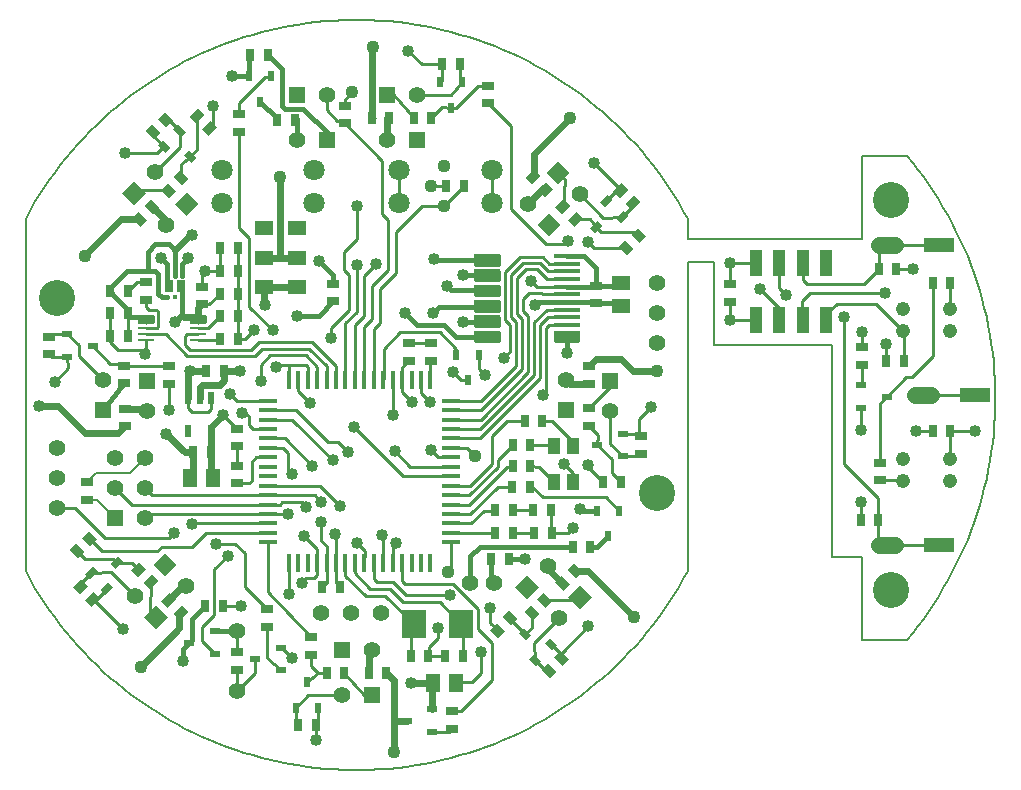
<source format=gtl>
G75*
%MOIN*%
%OFA0B0*%
%FSLAX24Y24*%
%IPPOS*%
%LPD*%
%AMOC8*
5,1,8,0,0,1.08239X$1,22.5*
%
%ADD10C,0.0080*%
%ADD11R,0.0315X0.0394*%
%ADD12R,0.0394X0.0315*%
%ADD13R,0.0555X0.0555*%
%ADD14C,0.0555*%
%ADD15C,0.0440*%
%ADD16R,0.0555X0.0555*%
%ADD17R,0.0453X0.0591*%
%ADD18R,0.0787X0.0945*%
%ADD19C,0.0712*%
%ADD20C,0.1200*%
%ADD21R,0.0236X0.0350*%
%ADD22R,0.0350X0.0236*%
%ADD23R,0.0551X0.0110*%
%ADD24R,0.0165X0.0165*%
%ADD25R,0.0307X0.0394*%
%ADD26R,0.0866X0.0157*%
%ADD27R,0.0433X0.0551*%
%ADD28R,0.0591X0.0160*%
%ADD29R,0.0160X0.0591*%
%ADD30R,0.0394X0.0866*%
%ADD31C,0.0476*%
%ADD32R,0.0236X0.0433*%
%ADD33R,0.0591X0.0453*%
%ADD34C,0.0555*%
%ADD35R,0.1000X0.0500*%
%ADD36R,0.0630X0.0472*%
%ADD37C,0.0160*%
%ADD38C,0.0100*%
%ADD39C,0.0400*%
%ADD40C,0.0240*%
%ADD41C,0.0436*%
D10*
X005768Y008412D02*
X005768Y020148D01*
X009755Y012180D02*
X009255Y011680D01*
X008109Y011680D01*
X007805Y011375D01*
X007805Y010785D02*
X008150Y010785D01*
X008755Y010180D01*
X005768Y008412D02*
X005914Y008145D01*
X006066Y007882D01*
X006225Y007623D01*
X006390Y007368D01*
X006561Y007116D01*
X006739Y006869D01*
X006922Y006627D01*
X007111Y006389D01*
X007305Y006155D01*
X007506Y005927D01*
X007712Y005703D01*
X007923Y005485D01*
X008139Y005271D01*
X008361Y005063D01*
X008588Y004861D01*
X008819Y004664D01*
X009055Y004472D01*
X009296Y004287D01*
X009541Y004107D01*
X009791Y003934D01*
X010044Y003766D01*
X010302Y003605D01*
X010563Y003450D01*
X010829Y003301D01*
X011097Y003159D01*
X011369Y003024D01*
X011645Y002895D01*
X011923Y002773D01*
X012204Y002657D01*
X012488Y002549D01*
X012775Y002448D01*
X013064Y002353D01*
X013355Y002266D01*
X013648Y002185D01*
X013943Y002112D01*
X014240Y002046D01*
X014538Y001987D01*
X014837Y001936D01*
X015138Y001892D01*
X015440Y001855D01*
X015742Y001825D01*
X016046Y001803D01*
X016349Y001788D01*
X016653Y001781D01*
X016957Y001781D01*
X017261Y001788D01*
X017564Y001803D01*
X017868Y001825D01*
X018170Y001855D01*
X018472Y001892D01*
X018773Y001936D01*
X019072Y001987D01*
X019370Y002046D01*
X019667Y002112D01*
X019962Y002185D01*
X020255Y002266D01*
X020546Y002353D01*
X020835Y002448D01*
X021122Y002549D01*
X021406Y002657D01*
X021687Y002773D01*
X021965Y002895D01*
X022241Y003024D01*
X022513Y003159D01*
X022781Y003301D01*
X023047Y003450D01*
X023308Y003605D01*
X023566Y003766D01*
X023819Y003934D01*
X024069Y004107D01*
X024314Y004287D01*
X024555Y004472D01*
X024791Y004664D01*
X025022Y004861D01*
X025249Y005063D01*
X025471Y005271D01*
X025687Y005485D01*
X025898Y005703D01*
X026104Y005927D01*
X026305Y006155D01*
X026499Y006389D01*
X026688Y006627D01*
X026871Y006869D01*
X027049Y007116D01*
X027220Y007368D01*
X027385Y007623D01*
X027544Y007882D01*
X027696Y008145D01*
X027842Y008412D01*
X027841Y008412D02*
X027841Y018709D01*
X028714Y018709D01*
X028714Y015953D01*
X032651Y015953D01*
X032651Y008867D01*
X033635Y008867D01*
X033635Y006111D01*
X035144Y006111D01*
X035143Y006111D02*
X035336Y006345D01*
X035523Y006583D01*
X035704Y006825D01*
X035879Y007072D01*
X036048Y007323D01*
X036211Y007578D01*
X036367Y007836D01*
X036518Y008099D01*
X036662Y008365D01*
X036799Y008634D01*
X036930Y008907D01*
X037055Y009183D01*
X037172Y009461D01*
X037283Y009743D01*
X037387Y010027D01*
X037484Y010314D01*
X037574Y010602D01*
X037658Y010893D01*
X037734Y011186D01*
X037803Y011481D01*
X037864Y011777D01*
X037919Y012074D01*
X037966Y012373D01*
X038007Y012673D01*
X038039Y012974D01*
X038065Y013275D01*
X038083Y013577D01*
X038094Y013879D01*
X038098Y014182D01*
X038094Y014485D01*
X038083Y014787D01*
X038065Y015089D01*
X038039Y015390D01*
X038007Y015691D01*
X037966Y015991D01*
X037919Y016290D01*
X037864Y016587D01*
X037803Y016883D01*
X037734Y017178D01*
X037658Y017471D01*
X037574Y017762D01*
X037484Y018050D01*
X037387Y018337D01*
X037283Y018621D01*
X037172Y018903D01*
X037055Y019181D01*
X036930Y019457D01*
X036799Y019730D01*
X036662Y019999D01*
X036518Y020265D01*
X036367Y020528D01*
X036211Y020786D01*
X036048Y021041D01*
X035879Y021292D01*
X035704Y021539D01*
X035523Y021781D01*
X035336Y022019D01*
X035143Y022253D01*
X035144Y022252D02*
X033635Y022252D01*
X033635Y019497D01*
X027841Y019497D01*
X027841Y020148D01*
X027842Y020148D02*
X027696Y020415D01*
X027544Y020678D01*
X027385Y020937D01*
X027220Y021192D01*
X027049Y021444D01*
X026871Y021691D01*
X026688Y021933D01*
X026499Y022171D01*
X026305Y022405D01*
X026104Y022633D01*
X025898Y022857D01*
X025687Y023075D01*
X025471Y023289D01*
X025249Y023497D01*
X025022Y023699D01*
X024791Y023896D01*
X024555Y024088D01*
X024314Y024273D01*
X024069Y024453D01*
X023819Y024626D01*
X023566Y024794D01*
X023308Y024955D01*
X023047Y025110D01*
X022781Y025259D01*
X022513Y025401D01*
X022241Y025536D01*
X021965Y025665D01*
X021687Y025787D01*
X021406Y025903D01*
X021122Y026011D01*
X020835Y026112D01*
X020546Y026207D01*
X020255Y026294D01*
X019962Y026375D01*
X019667Y026448D01*
X019370Y026514D01*
X019072Y026573D01*
X018773Y026624D01*
X018472Y026668D01*
X018170Y026705D01*
X017868Y026735D01*
X017564Y026757D01*
X017261Y026772D01*
X016957Y026779D01*
X016653Y026779D01*
X016349Y026772D01*
X016046Y026757D01*
X015742Y026735D01*
X015440Y026705D01*
X015138Y026668D01*
X014837Y026624D01*
X014538Y026573D01*
X014240Y026514D01*
X013943Y026448D01*
X013648Y026375D01*
X013355Y026294D01*
X013064Y026207D01*
X012775Y026112D01*
X012488Y026011D01*
X012204Y025903D01*
X011923Y025787D01*
X011645Y025665D01*
X011369Y025536D01*
X011097Y025401D01*
X010829Y025259D01*
X010563Y025110D01*
X010302Y024955D01*
X010044Y024794D01*
X009791Y024626D01*
X009541Y024453D01*
X009296Y024273D01*
X009055Y024088D01*
X008819Y023896D01*
X008588Y023699D01*
X008361Y023497D01*
X008139Y023289D01*
X007923Y023075D01*
X007712Y022857D01*
X007506Y022633D01*
X007305Y022405D01*
X007111Y022171D01*
X006922Y021933D01*
X006739Y021691D01*
X006561Y021444D01*
X006390Y021192D01*
X006225Y020937D01*
X006066Y020678D01*
X005914Y020415D01*
X005768Y020148D01*
D11*
X008598Y017749D03*
X009188Y017749D03*
X009188Y016999D03*
X008598Y016999D03*
X008598Y016249D03*
X009188Y016249D03*
X011798Y015067D03*
X012388Y015067D03*
X012248Y016149D03*
X012838Y016149D03*
X012838Y016899D03*
X012248Y016899D03*
X012248Y017649D03*
X012838Y017649D03*
X012838Y018399D03*
X012248Y018399D03*
X012248Y019168D03*
X012838Y019168D03*
X014159Y023455D03*
X014750Y023455D03*
X017309Y023530D03*
X017900Y023530D03*
X018709Y023530D03*
X019300Y023530D03*
X019659Y025305D03*
X020250Y025305D03*
X020375Y021255D03*
X019784Y021255D03*
X013850Y025605D03*
X013259Y025605D03*
X022409Y013430D03*
X023000Y013430D03*
X022600Y012630D03*
X022009Y012630D03*
X022009Y011930D03*
X022600Y011930D03*
X022575Y011230D03*
X021984Y011230D03*
X022004Y010436D03*
X022695Y010442D03*
X023286Y010442D03*
X023311Y009693D03*
X022720Y009693D03*
X022004Y009687D03*
X021414Y009687D03*
X021414Y010436D03*
X021284Y008830D03*
X021875Y008830D03*
X024009Y009230D03*
X024600Y009230D03*
X025011Y011393D03*
X025602Y011393D03*
X020350Y005580D03*
X019759Y005580D03*
X019200Y005580D03*
X018609Y005580D03*
X017800Y005030D03*
X017209Y005030D03*
X016400Y005030D03*
X015809Y005030D03*
X015450Y003280D03*
X014859Y003280D03*
X012351Y007232D03*
X011760Y007232D03*
X015659Y007880D03*
X016250Y007880D03*
X011940Y012365D03*
X011350Y012365D03*
X033609Y010130D03*
X034200Y010130D03*
X036009Y013080D03*
X036600Y013080D03*
X035050Y015430D03*
X034459Y015430D03*
X036009Y018030D03*
X036600Y018030D03*
X034800Y018480D03*
X034209Y018480D03*
D12*
X033655Y015875D03*
X033655Y015285D03*
X034255Y012025D03*
X034255Y011435D03*
X026297Y012323D03*
X026297Y012913D03*
X024543Y013260D03*
X024543Y013850D03*
X024550Y014649D03*
X024550Y015240D03*
X024780Y017335D03*
X024780Y017925D03*
G36*
X025820Y018934D02*
X025542Y019212D01*
X025764Y019434D01*
X026042Y019156D01*
X025820Y018934D01*
G37*
G36*
X026237Y019352D02*
X025959Y019630D01*
X026181Y019852D01*
X026459Y019574D01*
X026237Y019352D01*
G37*
G36*
X026278Y020710D02*
X026000Y020432D01*
X025778Y020654D01*
X026056Y020932D01*
X026278Y020710D01*
G37*
G36*
X025860Y021128D02*
X025582Y020850D01*
X025360Y021072D01*
X025638Y021350D01*
X025860Y021128D01*
G37*
G36*
X023842Y020114D02*
X024120Y020392D01*
X024342Y020170D01*
X024064Y019892D01*
X023842Y020114D01*
G37*
G36*
X023425Y020531D02*
X023703Y020809D01*
X023925Y020587D01*
X023647Y020309D01*
X023425Y020531D01*
G37*
G36*
X023352Y021160D02*
X023074Y020882D01*
X022852Y021104D01*
X023130Y021382D01*
X023352Y021160D01*
G37*
G36*
X022935Y021577D02*
X022657Y021299D01*
X022435Y021521D01*
X022713Y021799D01*
X022935Y021577D01*
G37*
X021191Y023999D03*
X021191Y024590D03*
X016405Y023925D03*
X016405Y023335D03*
X012880Y023060D03*
X012880Y023650D03*
G36*
X012150Y023201D02*
X011872Y022923D01*
X011650Y023145D01*
X011928Y023423D01*
X012150Y023201D01*
G37*
G36*
X011733Y023618D02*
X011455Y023340D01*
X011233Y023562D01*
X011511Y023840D01*
X011733Y023618D01*
G37*
G36*
X010409Y023717D02*
X010687Y023439D01*
X010465Y023217D01*
X010187Y023495D01*
X010409Y023717D01*
G37*
G36*
X009991Y023299D02*
X010269Y023021D01*
X010047Y022799D01*
X009769Y023077D01*
X009991Y023299D01*
G37*
G36*
X010983Y021270D02*
X010705Y021548D01*
X010927Y021770D01*
X011205Y021492D01*
X010983Y021270D01*
G37*
G36*
X010565Y020852D02*
X010287Y021130D01*
X010509Y021352D01*
X010787Y021074D01*
X010565Y020852D01*
G37*
G36*
X009954Y020806D02*
X010232Y020528D01*
X010010Y020306D01*
X009732Y020584D01*
X009954Y020806D01*
G37*
G36*
X009537Y020388D02*
X009815Y020110D01*
X009593Y019888D01*
X009315Y020166D01*
X009537Y020388D01*
G37*
X009793Y018044D03*
X009793Y017453D03*
X011643Y017303D03*
X011643Y017894D03*
X010566Y015246D03*
X010566Y014655D03*
X009050Y014666D03*
X009050Y015256D03*
X009069Y013824D03*
X009069Y013233D03*
X007805Y011375D03*
X007805Y010785D03*
G36*
X007871Y009751D02*
X008149Y009473D01*
X007927Y009251D01*
X007649Y009529D01*
X007871Y009751D01*
G37*
G36*
X007454Y009333D02*
X007732Y009055D01*
X007510Y008833D01*
X007232Y009111D01*
X007454Y009333D01*
G37*
G36*
X007348Y007870D02*
X007626Y008148D01*
X007848Y007926D01*
X007570Y007648D01*
X007348Y007870D01*
G37*
G36*
X007766Y007452D02*
X008044Y007730D01*
X008266Y007508D01*
X007988Y007230D01*
X007766Y007452D01*
G37*
G36*
X009782Y008495D02*
X009504Y008217D01*
X009282Y008439D01*
X009560Y008717D01*
X009782Y008495D01*
G37*
G36*
X010199Y008077D02*
X009921Y007799D01*
X009699Y008021D01*
X009977Y008299D01*
X010199Y008077D01*
G37*
G36*
X010282Y007413D02*
X010560Y007691D01*
X010782Y007469D01*
X010504Y007191D01*
X010282Y007413D01*
G37*
G36*
X010699Y006995D02*
X010977Y007273D01*
X011199Y007051D01*
X010921Y006773D01*
X010699Y006995D01*
G37*
X012805Y005700D03*
X012805Y005110D03*
X013805Y006560D03*
X013805Y007150D03*
X015293Y006217D03*
X015293Y005627D03*
X019980Y003750D03*
X019980Y003160D03*
G36*
X023252Y004838D02*
X022974Y005116D01*
X023196Y005338D01*
X023474Y005060D01*
X023252Y004838D01*
G37*
G36*
X023670Y005256D02*
X023392Y005534D01*
X023614Y005756D01*
X023892Y005478D01*
X023670Y005256D01*
G37*
G36*
X022624Y007270D02*
X022902Y006992D01*
X022680Y006770D01*
X022402Y007048D01*
X022624Y007270D01*
G37*
G36*
X023041Y007688D02*
X023319Y007410D01*
X023097Y007188D01*
X022819Y007466D01*
X023041Y007688D01*
G37*
G36*
X023684Y007757D02*
X023406Y008035D01*
X023628Y008257D01*
X023906Y007979D01*
X023684Y007757D01*
G37*
G36*
X024101Y008174D02*
X023823Y008452D01*
X024045Y008674D01*
X024323Y008396D01*
X024101Y008174D01*
G37*
G36*
X021949Y006602D02*
X021671Y006880D01*
X021893Y007102D01*
X022171Y006824D01*
X021949Y006602D01*
G37*
G36*
X021531Y006184D02*
X021253Y006462D01*
X021475Y006684D01*
X021753Y006406D01*
X021531Y006184D01*
G37*
X012810Y011339D03*
X012810Y011930D03*
X012810Y012564D03*
X012810Y013155D03*
X016024Y017398D03*
X016024Y017988D03*
X018542Y016015D03*
X018542Y015424D03*
X019299Y015414D03*
X019299Y016005D03*
X029255Y017385D03*
X029255Y017975D03*
X006550Y016225D03*
X006550Y015635D03*
D13*
X008352Y013770D03*
X009801Y014740D03*
X008755Y010180D03*
X016305Y005780D03*
X017305Y004280D03*
X023792Y013776D03*
X025241Y014747D03*
X018805Y022780D03*
X017805Y024280D03*
X015805Y022780D03*
X014805Y024280D03*
D14*
X015805Y024280D03*
X014805Y022780D03*
X017805Y022780D03*
X018805Y024280D03*
X022512Y020662D03*
X024237Y020987D03*
X026805Y018030D03*
X026805Y017030D03*
X026805Y016030D03*
X025241Y013747D03*
X023792Y014776D03*
X023190Y008594D03*
X021373Y008011D03*
X020586Y008011D03*
X017605Y007030D03*
X016605Y007030D03*
X015605Y007030D03*
X017305Y005780D03*
X016305Y004280D03*
X012805Y004405D03*
X012805Y006405D03*
X011115Y007919D03*
X009404Y007581D03*
X009755Y010180D03*
X009755Y011180D03*
X008755Y011180D03*
X008755Y012180D03*
X009755Y012180D03*
X009801Y013740D03*
X008352Y014770D03*
X006805Y012530D03*
X006805Y011530D03*
X006805Y010530D03*
X010435Y019938D03*
X010086Y021710D03*
X023551Y006834D03*
D15*
X019840Y008392D03*
X020765Y012248D03*
X019730Y020588D03*
X019730Y021925D03*
D16*
G36*
X023219Y020346D02*
X023610Y019955D01*
X023219Y019564D01*
X022828Y019955D01*
X023219Y020346D01*
G37*
G36*
X023530Y021303D02*
X023139Y021694D01*
X023530Y022085D01*
X023921Y021694D01*
X023530Y021303D01*
G37*
G36*
X010751Y020645D02*
X011142Y021036D01*
X011533Y020645D01*
X011142Y020254D01*
X010751Y020645D01*
G37*
G36*
X009770Y021003D02*
X009379Y020612D01*
X008988Y021003D01*
X009379Y021394D01*
X009770Y021003D01*
G37*
G36*
X010408Y008235D02*
X010017Y008626D01*
X010408Y009017D01*
X010799Y008626D01*
X010408Y008235D01*
G37*
G36*
X010112Y007265D02*
X010503Y006874D01*
X010112Y006483D01*
X009721Y006874D01*
X010112Y007265D01*
G37*
G36*
X022874Y007887D02*
X022483Y007496D01*
X022092Y007887D01*
X022483Y008278D01*
X022874Y007887D01*
G37*
G36*
X023867Y007541D02*
X024258Y007932D01*
X024649Y007541D01*
X024258Y007150D01*
X023867Y007541D01*
G37*
D17*
X020123Y004680D03*
X019336Y004680D03*
X012023Y011505D03*
X011236Y011505D03*
D18*
X018717Y006655D03*
X020292Y006655D03*
D19*
X021305Y020680D03*
X021305Y021780D03*
X018221Y021780D03*
X018221Y020680D03*
X015388Y020680D03*
X015388Y021780D03*
X012305Y021780D03*
X012305Y020680D03*
D20*
X006805Y017530D03*
X026805Y011030D03*
X034620Y007784D03*
X034620Y020776D03*
D21*
X025554Y010430D03*
X024806Y010430D03*
X025180Y009580D03*
X020505Y014780D03*
X020879Y015630D03*
X020131Y015630D03*
X019955Y023855D03*
X020329Y024705D03*
X019581Y024705D03*
X013954Y024905D03*
X013206Y024905D03*
X013580Y024055D03*
X015155Y004705D03*
X015529Y003855D03*
X014781Y003855D03*
D22*
X014280Y005106D03*
X014280Y005854D03*
X013430Y005480D03*
X012080Y005656D03*
X012080Y006404D03*
X011230Y006030D03*
G36*
X008283Y007790D02*
X008530Y008037D01*
X008697Y007870D01*
X008450Y007623D01*
X008283Y007790D01*
G37*
G36*
X007754Y008319D02*
X008001Y008566D01*
X008168Y008399D01*
X007921Y008152D01*
X007754Y008319D01*
G37*
G36*
X008619Y008655D02*
X008866Y008902D01*
X009033Y008735D01*
X008786Y008488D01*
X008619Y008655D01*
G37*
X007159Y015550D03*
X008009Y015924D03*
X007159Y016298D03*
G36*
X011202Y022435D02*
X011449Y022188D01*
X011282Y022021D01*
X011035Y022268D01*
X011202Y022435D01*
G37*
G36*
X010865Y023300D02*
X011112Y023053D01*
X010945Y022886D01*
X010698Y023133D01*
X010865Y023300D01*
G37*
G36*
X010336Y022771D02*
X010583Y022524D01*
X010416Y022357D01*
X010169Y022604D01*
X010336Y022771D01*
G37*
G36*
X025003Y019916D02*
X024756Y019669D01*
X024589Y019836D01*
X024836Y020083D01*
X025003Y019916D01*
G37*
G36*
X025869Y020253D02*
X025622Y020006D01*
X025455Y020173D01*
X025702Y020420D01*
X025869Y020253D01*
G37*
G36*
X025340Y020781D02*
X025093Y020534D01*
X024926Y020701D01*
X025173Y020948D01*
X025340Y020781D01*
G37*
X033630Y014604D03*
X033630Y013856D03*
X034480Y014230D03*
X025674Y012993D03*
X024824Y012619D03*
X025674Y012245D03*
G36*
X022455Y006101D02*
X022208Y006348D01*
X022375Y006515D01*
X022622Y006268D01*
X022455Y006101D01*
G37*
G36*
X022792Y005235D02*
X022545Y005482D01*
X022712Y005649D01*
X022959Y005402D01*
X022792Y005235D01*
G37*
G36*
X023321Y005764D02*
X023074Y006011D01*
X023241Y006178D01*
X023488Y005931D01*
X023321Y005764D01*
G37*
X019330Y003804D03*
X019330Y003056D03*
X018480Y003430D03*
D23*
X011509Y016105D03*
X011509Y016302D03*
X011509Y016499D03*
X011509Y016695D03*
X011509Y016892D03*
X009777Y016892D03*
X009777Y016695D03*
X009777Y016499D03*
X009777Y016302D03*
X009777Y016105D03*
D24*
X010487Y017538D03*
X010743Y017538D03*
X010999Y017538D03*
X010999Y018259D03*
X010743Y018259D03*
X010487Y018259D03*
D25*
X010546Y017899D03*
X010940Y017899D03*
D26*
X021150Y017889D03*
X021150Y018145D03*
X021150Y018401D03*
X021150Y018657D03*
X021150Y018912D03*
X021150Y017633D03*
X021150Y017377D03*
X021150Y017121D03*
X021150Y016865D03*
X021150Y016609D03*
X021150Y016353D03*
X021150Y016098D03*
X023810Y016098D03*
X023810Y016353D03*
X023810Y016609D03*
X023810Y016865D03*
X023810Y017121D03*
X023810Y017377D03*
X023810Y017633D03*
X023810Y017889D03*
X023810Y018145D03*
X023810Y018401D03*
X023810Y018657D03*
X023810Y018912D03*
D27*
X024020Y012571D03*
X023390Y012571D03*
X023390Y011389D03*
X024020Y011389D03*
D28*
X019956Y011258D03*
X019956Y011573D03*
X019956Y011887D03*
X019956Y012202D03*
X019956Y012517D03*
X019956Y012832D03*
X019956Y013147D03*
X019956Y013462D03*
X019956Y013777D03*
X019956Y014092D03*
X019956Y010943D03*
X019956Y010628D03*
X019956Y010313D03*
X019956Y009998D03*
X019956Y009683D03*
X019956Y009368D03*
X013853Y009368D03*
X013853Y009683D03*
X013853Y009998D03*
X013853Y010313D03*
X013853Y010628D03*
X013853Y010943D03*
X013853Y011258D03*
X013853Y011573D03*
X013853Y011887D03*
X013853Y012202D03*
X013853Y012517D03*
X013853Y012832D03*
X013853Y013147D03*
X013853Y013462D03*
X013853Y013777D03*
X013853Y014092D03*
D29*
X014542Y014781D03*
X014857Y014781D03*
X015172Y014781D03*
X015487Y014781D03*
X015802Y014781D03*
X016117Y014781D03*
X016432Y014781D03*
X016747Y014781D03*
X017062Y014781D03*
X017377Y014781D03*
X017692Y014781D03*
X018007Y014781D03*
X018322Y014781D03*
X018637Y014781D03*
X018952Y014781D03*
X019267Y014781D03*
X019267Y008679D03*
X018952Y008679D03*
X018637Y008679D03*
X018322Y008679D03*
X018007Y008679D03*
X017692Y008679D03*
X017377Y008679D03*
X017062Y008679D03*
X016747Y008679D03*
X016432Y008679D03*
X016117Y008679D03*
X015802Y008679D03*
X015487Y008679D03*
X015172Y008679D03*
X014857Y008679D03*
X014542Y008679D03*
D30*
X030102Y016783D03*
X030889Y016783D03*
X031676Y016783D03*
X032464Y016783D03*
X032464Y018673D03*
X031676Y018673D03*
X030889Y018673D03*
X030102Y018673D03*
D31*
X035017Y017134D03*
X035017Y016426D03*
X036592Y016426D03*
X036592Y017134D03*
X036592Y012134D03*
X036592Y011426D03*
X035017Y011426D03*
X035017Y012134D03*
D32*
X011945Y013095D03*
X011197Y013095D03*
X011197Y014197D03*
X011571Y014197D03*
X011945Y014197D03*
D33*
X025630Y017236D03*
X025630Y018024D03*
D34*
X034205Y019280D02*
X034760Y019280D01*
X035405Y014280D02*
X035960Y014280D01*
X034760Y009280D02*
X034205Y009280D01*
D35*
X036205Y009280D03*
X037405Y014280D03*
X036205Y019280D03*
D36*
X014806Y018855D03*
X014806Y017871D03*
X013703Y017871D03*
X013703Y018855D03*
X013703Y019839D03*
X014806Y019839D03*
D37*
X015555Y018755D02*
X016024Y018286D01*
X016024Y017988D01*
X016024Y017398D02*
X015556Y016930D01*
X014830Y016930D01*
X018405Y017030D02*
X018805Y016630D01*
X019705Y016630D01*
X020105Y016230D01*
X020805Y016230D01*
X020928Y016353D01*
X021150Y016353D01*
X021014Y016730D02*
X020355Y016730D01*
X020755Y017230D02*
X019555Y017230D01*
X019355Y017030D01*
X019955Y017780D02*
X020855Y017780D01*
X020963Y017889D01*
X021150Y017889D01*
X021150Y018145D02*
X021014Y018280D01*
X020355Y018280D01*
X019955Y017780D02*
X019805Y017930D01*
X020755Y017230D02*
X020863Y017121D01*
X021150Y017121D01*
X021150Y016865D02*
X021014Y016730D01*
X022755Y017280D02*
X022852Y017377D01*
X023810Y017377D01*
X024737Y017377D01*
X024780Y017335D01*
X025531Y017335D01*
X025630Y017236D01*
X025531Y017925D02*
X024780Y017925D01*
X024780Y018505D01*
X024372Y018912D01*
X023810Y018912D01*
X023810Y017889D02*
X024743Y017889D01*
X024780Y017925D01*
X025531Y017925D02*
X025630Y018024D01*
X023810Y016353D02*
X023805Y016349D01*
X023805Y015680D01*
X020905Y018780D02*
X021037Y018912D01*
X021150Y018912D01*
X020905Y018780D02*
X019430Y018780D01*
X019380Y018830D01*
X015805Y022780D02*
X015805Y023055D01*
X015030Y023830D01*
X014405Y023830D01*
X014305Y023930D01*
X014305Y025150D01*
X013850Y025605D01*
X013259Y025605D02*
X013206Y025376D01*
X013206Y024905D01*
X013181Y024930D02*
X012655Y024930D01*
X013580Y024055D02*
X014159Y023507D01*
X014750Y023455D02*
X014805Y023477D01*
X014805Y022780D01*
X010743Y019099D02*
X010543Y019299D01*
X010093Y019299D01*
X009843Y019049D01*
X009843Y018399D01*
X010093Y018399D01*
X010193Y018299D01*
X010193Y017649D01*
X010303Y017538D01*
X010487Y017538D01*
X010999Y017538D02*
X010999Y017839D01*
X010940Y017899D01*
X010999Y018259D02*
X010999Y018657D01*
X011192Y018850D01*
X010743Y019099D02*
X010743Y018259D01*
X010487Y018259D02*
X010487Y018654D01*
X010293Y018849D01*
X009843Y018399D02*
X009143Y018399D01*
X008596Y017852D01*
X008598Y017749D01*
X008643Y017695D02*
X008643Y017649D01*
X009090Y017202D01*
X009188Y016999D01*
X009196Y016892D01*
X009777Y016892D01*
X010999Y016954D02*
X010999Y017538D01*
X010487Y018008D02*
X010487Y018259D01*
X009050Y014666D02*
X008352Y013770D01*
X011760Y007232D02*
X011330Y006801D01*
X011330Y006130D01*
X011230Y006030D01*
X011005Y005805D01*
X011005Y005430D01*
X012080Y006404D02*
X012804Y006404D01*
X012805Y006405D01*
X020586Y008011D02*
X020586Y008911D01*
X020905Y009230D01*
X024009Y009230D01*
X024600Y009230D02*
X024830Y009230D01*
X025180Y009580D01*
X024806Y010430D02*
X024305Y010430D01*
X024255Y010480D01*
X022405Y008830D02*
X021875Y008830D01*
X021284Y008830D02*
X021284Y008100D01*
X021373Y008011D01*
D38*
X009030Y006480D02*
X008029Y007480D01*
X008016Y007480D01*
X008029Y007480D02*
X008140Y007480D01*
X008490Y007830D01*
X008604Y008381D02*
X007961Y008359D01*
X007598Y007996D01*
X007598Y007898D01*
X007735Y008830D02*
X008692Y008830D01*
X008826Y008695D01*
X009325Y008673D01*
X009532Y008467D01*
X009949Y008049D02*
X009906Y007060D01*
X010112Y006874D01*
X010879Y006907D02*
X010949Y007023D01*
X011655Y006555D02*
X012055Y006955D01*
X012055Y008480D01*
X012505Y008930D01*
X012755Y009330D02*
X012105Y009330D01*
X011782Y009683D02*
X011330Y009230D01*
X010305Y009230D01*
X010155Y009080D01*
X008320Y009080D01*
X007899Y009501D01*
X008405Y009530D02*
X010555Y009530D01*
X010705Y009680D01*
X011330Y009980D02*
X011397Y009998D01*
X013853Y009998D01*
X013853Y009683D02*
X011782Y009683D01*
X012755Y009330D02*
X013080Y009005D01*
X013080Y007875D01*
X013805Y007150D01*
X013853Y007707D02*
X013853Y009368D01*
X014542Y008679D02*
X014542Y007692D01*
X014555Y007655D01*
X014980Y008030D02*
X015130Y008180D01*
X015380Y008180D01*
X015487Y008288D01*
X015487Y008679D01*
X015487Y009147D01*
X015055Y009580D01*
X015605Y009430D02*
X015802Y009232D01*
X015802Y008679D01*
X015802Y008023D01*
X015659Y007880D01*
X016117Y008013D02*
X016250Y007880D01*
X016117Y008013D02*
X016117Y008679D01*
X016117Y009592D01*
X016080Y009655D01*
X015605Y009430D02*
X015605Y010055D01*
X015130Y010555D02*
X014980Y010705D01*
X014330Y010705D01*
X014252Y010628D01*
X013853Y010628D01*
X009307Y010628D01*
X008755Y011180D01*
X009755Y011180D02*
X009992Y010943D01*
X013853Y010943D01*
X015417Y010943D01*
X015630Y010730D01*
X015577Y011258D02*
X016255Y010580D01*
X015577Y011258D02*
X013853Y011258D01*
X013305Y011430D02*
X013214Y011339D01*
X012810Y011339D01*
X013305Y011430D02*
X013305Y012055D01*
X013452Y012202D01*
X013853Y012202D01*
X013853Y012517D02*
X014367Y012517D01*
X014530Y012355D01*
X014530Y011780D01*
X014655Y011655D01*
X015305Y011930D02*
X014402Y012832D01*
X013853Y012832D01*
X013853Y013147D02*
X013347Y013147D01*
X013230Y013265D01*
X013230Y013555D01*
X013105Y013680D01*
X012980Y013680D01*
X012817Y014092D02*
X012580Y014330D01*
X012817Y014092D02*
X013853Y014092D01*
X013853Y013777D02*
X014782Y013777D01*
X015855Y012705D01*
X016180Y012705D01*
X016505Y012380D01*
X016005Y012105D02*
X014647Y013462D01*
X013853Y013462D01*
X012810Y013155D02*
X012355Y013610D01*
X012355Y013630D01*
X011955Y013830D02*
X011955Y014187D01*
X011945Y014197D01*
X011197Y014197D02*
X011197Y013838D01*
X011305Y013730D01*
X011855Y013730D01*
X011955Y013830D01*
X010566Y013792D02*
X010566Y014655D01*
X010566Y015246D02*
X009149Y015246D01*
X009073Y015321D01*
X008573Y015328D01*
X008009Y015924D01*
X007555Y015934D02*
X007159Y016298D01*
X006623Y016298D01*
X006550Y016225D01*
X006550Y015635D02*
X006635Y015550D01*
X007159Y015550D01*
X007191Y015166D01*
X006755Y014730D01*
X007555Y015567D02*
X007555Y015934D01*
X007555Y015567D02*
X008352Y014770D01*
X009054Y015251D02*
X009050Y015256D01*
X009054Y015251D02*
X009073Y015321D01*
X008862Y015780D02*
X009612Y015780D01*
X009743Y015649D01*
X009777Y015682D01*
X009777Y016105D01*
X009777Y016302D02*
X010440Y016302D01*
X011162Y015580D01*
X013405Y015580D01*
X013655Y015830D01*
X015205Y015830D01*
X015802Y015232D01*
X015802Y014781D01*
X015487Y014781D02*
X015487Y015222D01*
X015105Y015605D01*
X013930Y015605D01*
X013605Y015280D01*
X013605Y014755D01*
X014130Y015205D02*
X014205Y015280D01*
X014530Y015280D01*
X014542Y015267D01*
X014542Y014781D01*
X014857Y014781D02*
X014857Y014427D01*
X015255Y014030D01*
X015172Y014781D02*
X015172Y015212D01*
X015105Y015280D01*
X014530Y015280D01*
X015305Y016055D02*
X013555Y016055D01*
X013280Y015780D01*
X011262Y015780D01*
X011093Y015949D01*
X011093Y016249D01*
X011146Y016302D01*
X011509Y016302D01*
X011509Y016499D02*
X011846Y016499D01*
X012248Y016899D01*
X011743Y016924D02*
X011743Y016699D01*
X011268Y016699D01*
X011268Y016924D01*
X011743Y016924D01*
X011743Y016851D02*
X011268Y016851D01*
X011268Y016752D02*
X011743Y016752D01*
X011509Y016695D02*
X011509Y016892D01*
X011643Y017303D02*
X011888Y017299D01*
X012248Y017649D01*
X011743Y017824D02*
X011643Y017894D01*
X011643Y018299D01*
X011743Y018399D01*
X012248Y018399D01*
X012248Y019168D01*
X012838Y019168D02*
X012838Y018399D01*
X012838Y017649D01*
X012838Y016899D01*
X012838Y016149D01*
X013073Y016149D01*
X013380Y016455D01*
X014005Y016455D02*
X013230Y017230D01*
X013230Y019505D01*
X012880Y019855D01*
X012880Y023060D01*
X012880Y023650D02*
X012884Y024010D01*
X013748Y024874D01*
X013954Y024905D01*
X013206Y024905D02*
X013181Y024930D01*
X012030Y023905D02*
X012030Y023302D01*
X011900Y023173D01*
X011483Y023590D02*
X011483Y022469D01*
X011242Y022228D01*
X010955Y021985D01*
X010955Y021520D01*
X010537Y021102D02*
X009478Y021102D01*
X009379Y021003D01*
X010086Y021710D02*
X010927Y022551D01*
X010905Y023093D01*
X010532Y023467D01*
X010437Y023467D01*
X010019Y023049D02*
X010019Y022921D01*
X010376Y022564D01*
X010167Y022355D01*
X009080Y022355D01*
X014159Y023455D02*
X014159Y023507D01*
X015805Y023780D02*
X016155Y023430D01*
X016401Y023430D01*
X016405Y023335D01*
X017655Y022085D01*
X017655Y020305D01*
X017855Y020105D01*
X017855Y018455D01*
X017305Y017905D01*
X017305Y016805D01*
X017062Y016562D01*
X017062Y014781D01*
X016747Y014781D02*
X016747Y016623D01*
X017055Y016930D01*
X017055Y018255D01*
X017455Y018655D01*
X016805Y018630D02*
X016805Y017055D01*
X016432Y016683D01*
X016432Y014781D01*
X016117Y014781D02*
X016117Y015242D01*
X015305Y016055D01*
X015955Y016180D02*
X015955Y016505D01*
X016555Y017105D01*
X016555Y018280D01*
X016380Y018455D01*
X016380Y019055D01*
X016805Y019480D01*
X016805Y020580D01*
X018221Y020680D02*
X018221Y021780D01*
X019280Y021255D02*
X019784Y021255D01*
X020276Y021135D02*
X019730Y020588D01*
X019722Y020580D01*
X018980Y020580D01*
X018130Y019730D01*
X018130Y018355D01*
X017580Y017805D01*
X017580Y016680D01*
X017377Y016477D01*
X017377Y014781D01*
X017692Y014781D02*
X017692Y014792D01*
X017705Y014805D01*
X017705Y015830D01*
X018255Y016380D01*
X019580Y016380D01*
X020131Y015829D01*
X020131Y015630D01*
X020765Y016070D02*
X020765Y016385D01*
X021540Y016382D01*
X021540Y016070D01*
X020765Y016070D01*
X020765Y016161D02*
X021540Y016161D01*
X021540Y016260D02*
X020765Y016260D01*
X020765Y016358D02*
X021540Y016358D01*
X021540Y016580D02*
X021540Y016892D01*
X020765Y016895D01*
X020765Y016580D01*
X021540Y016580D01*
X021540Y016654D02*
X020765Y016654D01*
X020765Y016752D02*
X021540Y016752D01*
X021540Y016851D02*
X020765Y016851D01*
X020765Y017090D02*
X020765Y017405D01*
X021540Y017402D01*
X021540Y017090D01*
X020765Y017090D01*
X020765Y017146D02*
X021540Y017146D01*
X021540Y017245D02*
X020765Y017245D01*
X020765Y017343D02*
X021540Y017343D01*
X021540Y017605D02*
X021540Y017917D01*
X020765Y017920D01*
X020765Y017605D01*
X021540Y017605D01*
X021540Y017639D02*
X020765Y017639D01*
X020765Y017737D02*
X021540Y017737D01*
X021540Y017836D02*
X020765Y017836D01*
X020765Y018115D02*
X020765Y018430D01*
X021540Y018427D01*
X020765Y018427D01*
X020765Y018328D02*
X021540Y018328D01*
X021540Y018230D02*
X020765Y018230D01*
X020765Y018131D02*
X021540Y018131D01*
X021540Y018115D02*
X021540Y018427D01*
X021540Y018630D02*
X021540Y018942D01*
X020765Y018945D01*
X020765Y018630D01*
X021540Y018630D01*
X021540Y018722D02*
X020765Y018722D01*
X020765Y018821D02*
X021540Y018821D01*
X021540Y018919D02*
X020765Y018919D01*
X020765Y018115D02*
X021540Y018115D01*
X021755Y018380D02*
X022255Y018880D01*
X023005Y018880D01*
X023228Y018657D01*
X023810Y018657D01*
X023810Y018401D02*
X023184Y018401D01*
X022905Y018680D01*
X022355Y018680D01*
X021955Y018280D01*
X021955Y016880D01*
X022130Y016705D01*
X022130Y015255D01*
X020967Y014092D01*
X019956Y014092D01*
X019956Y013777D02*
X020952Y013777D01*
X022330Y015155D01*
X022330Y016805D01*
X022155Y016980D01*
X022155Y018180D01*
X022455Y018480D01*
X022805Y018480D01*
X023140Y018145D01*
X023810Y018145D01*
X023810Y017889D02*
X022813Y017889D01*
X022605Y018080D01*
X022555Y017680D02*
X022355Y017480D01*
X022355Y017080D01*
X022530Y016905D01*
X022530Y015055D01*
X020937Y013462D01*
X019956Y013462D01*
X019956Y013147D02*
X020922Y013147D01*
X022730Y014955D01*
X022730Y016705D01*
X023146Y017121D01*
X023810Y017121D01*
X023810Y016865D02*
X023190Y016865D01*
X022930Y016605D01*
X022930Y014855D01*
X020907Y012832D01*
X019956Y012832D01*
X019956Y012517D02*
X020495Y012517D01*
X020765Y012248D01*
X021305Y011980D02*
X021305Y012930D01*
X021805Y013430D01*
X022409Y013430D01*
X023000Y013430D02*
X023305Y013430D01*
X024020Y012715D01*
X024020Y012571D01*
X023390Y012571D02*
X023330Y012630D01*
X022600Y012630D01*
X022009Y012630D02*
X021505Y012125D01*
X021505Y011880D01*
X020567Y010943D01*
X019956Y010943D01*
X019956Y011258D02*
X020582Y011258D01*
X021305Y011980D01*
X021805Y011880D02*
X022009Y011930D01*
X021805Y011880D02*
X020552Y010628D01*
X019956Y010628D01*
X019956Y010313D02*
X020587Y010313D01*
X021505Y011230D01*
X021984Y011230D01*
X022575Y011230D02*
X022655Y011230D01*
X023005Y010880D01*
X025104Y010880D01*
X025554Y010430D01*
X025602Y011393D02*
X025305Y011690D01*
X025305Y012139D01*
X024824Y012619D01*
X024856Y012947D01*
X024543Y013260D01*
X024543Y013850D02*
X025246Y014538D01*
X025241Y014747D01*
X025241Y013747D02*
X025241Y012647D01*
X025674Y012245D01*
X026220Y012245D01*
X026297Y012323D01*
X026297Y012913D02*
X026217Y012993D01*
X026217Y013468D01*
X026630Y013880D01*
X026217Y012993D02*
X025674Y012993D01*
X024530Y011955D02*
X024530Y011875D01*
X025011Y011393D01*
X024020Y011389D02*
X024020Y011665D01*
X023705Y011980D01*
X023390Y011389D02*
X022899Y011880D01*
X022600Y011930D01*
X022695Y010442D02*
X022689Y010436D01*
X022004Y010436D01*
X021414Y010436D02*
X021408Y010430D01*
X021055Y010430D01*
X020622Y009998D01*
X019956Y009998D01*
X019956Y009683D02*
X021410Y009683D01*
X021414Y009687D01*
X022004Y009687D02*
X022714Y009687D01*
X022720Y009693D01*
X023286Y009718D02*
X023311Y009693D01*
X023842Y009693D01*
X024005Y009855D01*
X023286Y009718D02*
X023286Y010442D01*
X019956Y009368D02*
X019956Y008508D01*
X019840Y008392D01*
X020030Y007980D02*
X018430Y007980D01*
X018322Y008088D01*
X018322Y008679D01*
X018007Y008679D02*
X018007Y009257D01*
X018105Y009355D01*
X017692Y009568D02*
X017692Y008679D01*
X017377Y008679D02*
X017377Y008158D01*
X017480Y008055D01*
X018005Y008055D01*
X018455Y007605D01*
X019905Y007605D01*
X019930Y007580D01*
X019592Y007380D02*
X020292Y006655D01*
X020350Y006622D01*
X020350Y005580D01*
X019759Y005580D02*
X019200Y005580D01*
X019201Y005877D01*
X019505Y006180D01*
X019505Y006530D01*
X018717Y006655D02*
X017767Y007580D01*
X017105Y007580D01*
X016432Y008252D01*
X016432Y008679D01*
X016747Y008679D02*
X016747Y008337D01*
X017255Y007830D01*
X017905Y007830D01*
X018355Y007380D01*
X019592Y007380D01*
X020030Y007980D02*
X020855Y007155D01*
X020855Y006480D01*
X021305Y006030D01*
X021305Y004780D01*
X020275Y003750D01*
X019980Y003750D01*
X019980Y003160D02*
X019876Y003056D01*
X019330Y003056D01*
X019330Y004674D02*
X019336Y004680D01*
X020105Y004730D02*
X020123Y004711D01*
X020123Y004680D01*
X020105Y004730D02*
X020655Y004730D01*
X020955Y005030D01*
X020955Y005730D01*
X021503Y006434D02*
X021255Y006683D01*
X021255Y007180D01*
X021921Y006852D02*
X021921Y006802D01*
X022415Y006308D01*
X022652Y006500D01*
X022652Y007020D01*
X023069Y007438D02*
X024155Y007438D01*
X024258Y007541D01*
X023551Y006834D02*
X022729Y006013D01*
X022752Y005442D01*
X023106Y005088D01*
X023224Y005088D01*
X023642Y005506D02*
X023642Y005667D01*
X023613Y005639D01*
X023642Y005610D01*
X023613Y005639D02*
X023281Y005971D01*
X023642Y005667D02*
X024530Y006580D01*
X018717Y006655D02*
X018609Y006572D01*
X018609Y005580D01*
X017305Y004280D02*
X017051Y004280D01*
X016400Y005030D01*
X015809Y005030D02*
X015511Y005030D01*
X015293Y005248D01*
X015293Y005627D01*
X014655Y005530D02*
X014331Y005854D01*
X014280Y005854D01*
X013834Y005520D02*
X014280Y005106D01*
X013834Y005520D02*
X013805Y005550D01*
X013805Y006560D01*
X012809Y006405D02*
X012805Y006405D01*
X012809Y006405D02*
X012805Y005700D01*
X013430Y005480D02*
X013430Y005030D01*
X012805Y004405D01*
X012809Y004405D01*
X012805Y005110D01*
X012080Y005656D02*
X011655Y006081D01*
X011655Y006555D01*
X012351Y007232D02*
X012374Y007255D01*
X012955Y007255D01*
X013853Y007707D02*
X015293Y006217D01*
X015511Y005030D02*
X015155Y004705D01*
X015174Y004280D02*
X014781Y003855D01*
X014781Y003359D01*
X014859Y003280D01*
X015450Y003280D02*
X015455Y002780D01*
X015450Y003280D02*
X015529Y003359D01*
X015529Y003855D01*
X015174Y004280D02*
X016305Y004280D01*
X015809Y005030D02*
X015805Y005030D01*
X017062Y008679D02*
X017087Y009073D01*
X016805Y009355D01*
X017655Y009605D02*
X017692Y009568D01*
X018337Y011573D02*
X016705Y013205D01*
X018005Y013630D02*
X018007Y013632D01*
X018007Y014781D01*
X018322Y014781D02*
X018322Y015204D01*
X018542Y015424D01*
X019267Y015382D02*
X019299Y015414D01*
X019267Y015382D02*
X019267Y014781D01*
X018952Y014781D02*
X018952Y014358D01*
X019255Y014055D01*
X018655Y014055D02*
X018322Y014388D01*
X018322Y014781D01*
X018542Y016015D02*
X019289Y016015D01*
X019299Y016005D01*
X020005Y015055D02*
X020280Y014780D01*
X020505Y014780D01*
X020879Y015156D02*
X021080Y014955D01*
X020879Y015156D02*
X020879Y015630D01*
X021705Y015530D02*
X021930Y015755D01*
X021930Y016605D01*
X021755Y016780D01*
X021755Y018380D01*
X022555Y017680D02*
X022955Y017680D01*
X023002Y017633D01*
X023810Y017633D01*
X023810Y016609D02*
X023234Y016609D01*
X023130Y016505D01*
X023130Y014405D01*
X023005Y014280D01*
X023415Y016065D02*
X023415Y016380D01*
X024195Y016382D01*
X024195Y016070D01*
X023415Y016065D01*
X023415Y016161D02*
X024195Y016161D01*
X024195Y016260D02*
X023415Y016260D01*
X023415Y016358D02*
X024195Y016358D01*
X024725Y019184D02*
X024530Y019380D01*
X024725Y019184D02*
X025792Y019184D01*
X026209Y019602D02*
X026081Y019730D01*
X024942Y019730D01*
X024796Y019876D01*
X024575Y020142D01*
X024092Y020142D01*
X023675Y020559D02*
X023744Y021480D01*
X023530Y021694D01*
X024237Y020987D02*
X025034Y020190D01*
X025662Y020213D01*
X026028Y020578D01*
X026028Y020682D01*
X025610Y021100D02*
X025610Y021124D01*
X024730Y022030D01*
X025491Y021100D02*
X025610Y021100D01*
X025491Y021100D02*
X025133Y020741D01*
X023855Y019405D02*
X023755Y019305D01*
X023130Y019305D01*
X021955Y020480D01*
X021955Y023236D01*
X021191Y023999D01*
X021191Y024590D02*
X020865Y024590D01*
X020130Y023855D01*
X019955Y023855D01*
X019656Y023886D01*
X019300Y023530D01*
X018709Y023530D02*
X018058Y024280D01*
X017805Y024280D01*
X017305Y023630D02*
X017405Y023530D01*
X017309Y023530D01*
X016405Y023925D02*
X016405Y024130D01*
X016655Y024380D01*
X015805Y024280D02*
X015805Y023780D01*
X018805Y024280D02*
X019935Y024280D01*
X020329Y024705D01*
X020250Y024752D01*
X020250Y025305D01*
X019659Y025305D02*
X019659Y024752D01*
X019581Y024705D01*
X019659Y025305D02*
X018980Y025305D01*
X018530Y025755D01*
X021305Y021780D02*
X021305Y020680D01*
X020420Y021112D02*
X020375Y021255D01*
X020276Y021135D01*
X022685Y021549D02*
X022724Y021593D01*
X029255Y018680D02*
X029255Y017975D01*
X029255Y017385D02*
X029255Y016780D01*
X029258Y016783D01*
X030102Y016783D01*
X030889Y016783D02*
X030889Y017196D01*
X030255Y017830D01*
X030889Y017846D02*
X031105Y017630D01*
X030889Y017846D02*
X030889Y018673D01*
X030102Y018673D02*
X029262Y018673D01*
X029255Y018680D01*
X031676Y018673D02*
X031676Y018108D01*
X031805Y017980D01*
X033709Y017980D01*
X034209Y018480D01*
X034209Y019275D01*
X034205Y019280D01*
X036205Y019280D01*
X035355Y018480D02*
X034800Y018480D01*
X034405Y017680D02*
X031905Y017680D01*
X031655Y017430D01*
X031655Y016805D01*
X031676Y016783D01*
X032464Y016783D02*
X032464Y016989D01*
X032805Y017330D01*
X034113Y017330D01*
X035017Y016426D01*
X035059Y016384D01*
X035050Y015430D01*
X034459Y015430D02*
X034455Y015435D01*
X034455Y015980D01*
X033655Y015875D02*
X033655Y016380D01*
X033055Y016880D02*
X033055Y011980D01*
X034200Y010835D01*
X034200Y010130D01*
X034200Y009285D01*
X034205Y009280D01*
X036205Y009280D01*
X033609Y010130D02*
X033605Y010135D01*
X033605Y010730D01*
X034255Y011435D02*
X035008Y011435D01*
X035017Y011426D01*
X034255Y012025D02*
X034255Y014005D01*
X034480Y014230D01*
X035130Y014880D01*
X035305Y014880D01*
X036009Y015585D01*
X036009Y018030D01*
X036600Y018030D02*
X036600Y017142D01*
X036592Y017134D01*
X033655Y015285D02*
X033655Y014629D01*
X033630Y014604D01*
X033630Y013856D02*
X033605Y013431D01*
X033605Y013130D01*
X035455Y013080D02*
X036009Y013080D01*
X036600Y013080D02*
X037405Y013080D01*
X036600Y013080D02*
X036600Y012142D01*
X036592Y012134D01*
X037405Y014280D02*
X035405Y014280D01*
X019956Y012202D02*
X019532Y012202D01*
X019280Y012455D01*
X019956Y011887D02*
X018597Y011887D01*
X018080Y012405D01*
X018337Y011573D02*
X019956Y011573D01*
X014530Y010305D02*
X014472Y010313D01*
X013853Y010313D01*
X009887Y010313D01*
X009755Y010180D01*
X008405Y009530D02*
X007405Y010530D01*
X006805Y010530D01*
X007482Y009083D02*
X007735Y008830D01*
X008604Y008381D02*
X009404Y007581D01*
X012810Y011930D02*
X012810Y012564D01*
X010566Y013792D02*
X010555Y013780D01*
X008862Y015780D02*
X008596Y016045D01*
X008598Y016249D01*
X008598Y016999D01*
X009188Y016999D02*
X009188Y016249D01*
X009543Y016699D02*
X009543Y016924D01*
X009814Y016924D01*
X009819Y016919D01*
X010013Y016919D01*
X010013Y016699D01*
X009543Y016699D01*
X009543Y016752D02*
X010013Y016752D01*
X010013Y016851D02*
X009543Y016851D01*
X009777Y016892D02*
X009777Y016695D01*
X009821Y016849D02*
X009777Y016892D01*
X009893Y017099D02*
X009793Y017199D01*
X009793Y017453D01*
X009893Y017099D02*
X010143Y017099D01*
X010193Y017049D01*
X010193Y016549D01*
X010143Y016499D01*
X009777Y016499D01*
X011509Y016105D02*
X012190Y016105D01*
X012248Y016149D01*
X010546Y017899D02*
X010487Y018008D01*
X009793Y018044D02*
X009485Y018044D01*
X009188Y017749D01*
X008643Y017695D02*
X008598Y017749D01*
X008596Y017745D01*
D39*
X010293Y018849D03*
X011192Y018850D03*
X011743Y018399D03*
X011305Y019630D03*
X013755Y017280D03*
X014005Y016455D03*
X013380Y016455D03*
X012905Y015080D03*
X013605Y014755D03*
X014130Y015205D03*
X015255Y014030D03*
X016705Y013205D03*
X016505Y012380D03*
X016005Y012105D03*
X015305Y011930D03*
X014655Y011655D03*
X015630Y010730D03*
X015130Y010555D03*
X015605Y010055D03*
X016080Y009655D03*
X016805Y009355D03*
X017655Y009605D03*
X018105Y009355D03*
X016255Y010580D03*
X015055Y009580D03*
X014530Y010305D03*
X012505Y008930D03*
X012105Y009330D03*
X011330Y009980D03*
X010705Y009680D03*
X012955Y007255D03*
X014555Y007655D03*
X014980Y008030D03*
X014655Y005530D03*
X015455Y002780D03*
X018605Y004680D03*
X020955Y005730D03*
X019505Y006530D03*
X019905Y007605D03*
X021255Y007180D03*
X022405Y008830D03*
X024005Y009855D03*
X024255Y010480D03*
X024530Y011955D03*
X023705Y011980D03*
X023005Y014280D03*
X021705Y015530D03*
X021080Y014955D03*
X020005Y015055D03*
X019255Y014055D03*
X018655Y014055D03*
X018005Y013630D03*
X018080Y012405D03*
X019280Y012455D03*
X023805Y015680D03*
X022755Y017280D03*
X022605Y018080D03*
X023855Y019405D03*
X024530Y019380D03*
X024730Y022030D03*
X029255Y018680D03*
X030255Y017830D03*
X031105Y017630D03*
X029255Y016780D03*
X026630Y013880D03*
X033055Y016880D03*
X033655Y016380D03*
X034455Y015980D03*
X034405Y017680D03*
X035355Y018480D03*
X035455Y013080D03*
X033605Y013130D03*
X033605Y010730D03*
X037405Y013080D03*
X024530Y006580D03*
X012980Y013680D03*
X012355Y013630D03*
X012580Y014330D03*
X011255Y015080D03*
X009743Y015649D03*
X010743Y016699D03*
X010555Y013780D03*
X010455Y012980D03*
X006755Y014730D03*
X006205Y013930D03*
X014830Y016930D03*
X015955Y016180D03*
X018405Y017030D03*
X019355Y017030D03*
X020355Y016730D03*
X019805Y017930D03*
X020355Y018280D03*
X019380Y018830D03*
X017455Y018655D03*
X016805Y018630D03*
X015555Y018755D03*
X016805Y020580D03*
X012030Y023905D03*
X012655Y024930D03*
X009080Y022355D03*
X018530Y025755D03*
X009030Y006480D03*
X011005Y005430D03*
D40*
X010879Y006505D02*
X009605Y005230D01*
X010879Y006505D02*
X010879Y006907D01*
X010532Y007441D02*
X011010Y007919D01*
X011115Y007919D01*
X011236Y011505D02*
X011350Y011619D01*
X011350Y012365D01*
X011070Y012365D01*
X010455Y012980D01*
X009801Y013740D02*
X009717Y013824D01*
X009069Y013824D01*
X009069Y013233D02*
X008865Y013030D01*
X007755Y013030D01*
X006855Y013930D01*
X006205Y013930D01*
X010743Y016699D02*
X010999Y016954D01*
X011061Y016892D01*
X011509Y016892D01*
X011509Y017168D01*
X011643Y017303D01*
X013703Y017331D02*
X013755Y017280D01*
X013703Y017331D02*
X013703Y017871D01*
X014806Y017871D01*
X014806Y018855D02*
X013703Y018855D01*
X014255Y018855D01*
X014255Y021555D01*
X011305Y019630D02*
X011200Y019555D01*
X010743Y019099D01*
X010435Y019938D02*
X010435Y020102D01*
X009982Y020556D01*
X009565Y020138D02*
X008955Y020138D01*
X007755Y018938D01*
X007755Y018905D01*
X011255Y015080D02*
X011197Y015022D01*
X011197Y014197D01*
X011571Y014197D02*
X011571Y014546D01*
X011655Y014630D01*
X012255Y014630D01*
X012388Y014764D01*
X012388Y015067D01*
X012892Y015067D01*
X012905Y015080D01*
X011798Y015067D02*
X011267Y015067D01*
X011255Y015080D01*
X012355Y013630D02*
X011945Y013220D01*
X011945Y013095D01*
X011940Y013090D01*
X011940Y012365D01*
X011940Y011588D01*
X012023Y011505D01*
X017305Y005780D02*
X017209Y005685D01*
X017209Y005030D01*
X017800Y005030D02*
X018055Y004775D01*
X018055Y003430D01*
X018480Y003430D01*
X018055Y003430D02*
X018055Y002380D01*
X019330Y003804D02*
X019330Y004674D01*
X019336Y004680D02*
X018605Y004680D01*
X023190Y008472D02*
X023190Y008594D01*
X023190Y008472D02*
X023656Y008007D01*
X024073Y008424D02*
X024510Y008424D01*
X026055Y006880D01*
X024550Y014649D02*
X023919Y014649D01*
X023792Y014776D01*
X024550Y015240D02*
X024790Y015480D01*
X025605Y015480D01*
X026005Y015080D01*
X026805Y015080D01*
X022512Y020662D02*
X023033Y021183D01*
X023102Y021132D01*
X022724Y021593D02*
X022724Y022300D01*
X023930Y023505D01*
X017900Y023530D02*
X017805Y023530D01*
X017805Y022780D01*
X017309Y023530D02*
X017309Y025835D01*
X017355Y025880D01*
D41*
X017355Y025880D03*
X016655Y024380D03*
X014255Y021555D03*
X019280Y021255D03*
X023930Y023505D03*
X026805Y015080D03*
X026055Y006880D03*
X018055Y002380D03*
X009605Y005230D03*
X007755Y018905D03*
M02*

</source>
